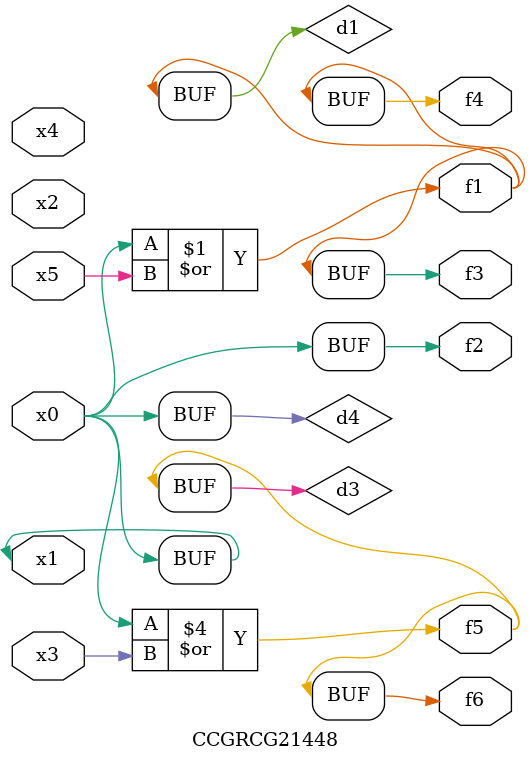
<source format=v>
module CCGRCG21448(
	input x0, x1, x2, x3, x4, x5,
	output f1, f2, f3, f4, f5, f6
);

	wire d1, d2, d3, d4;

	or (d1, x0, x5);
	xnor (d2, x1, x4);
	or (d3, x0, x3);
	buf (d4, x0, x1);
	assign f1 = d1;
	assign f2 = d4;
	assign f3 = d1;
	assign f4 = d1;
	assign f5 = d3;
	assign f6 = d3;
endmodule

</source>
